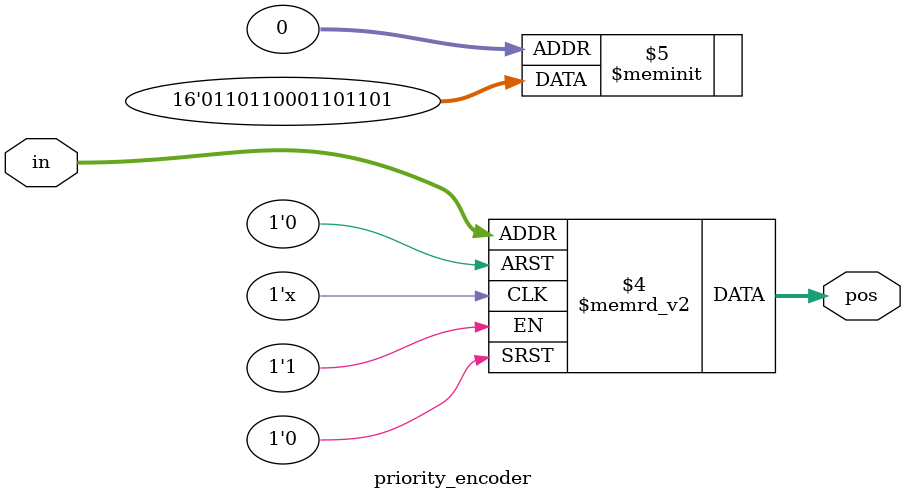
<source format=v>
module priority_encoder( 
input [2:0] in,
output reg [1:0] pos ); 
// When sel=1, assign b to out
always @(in)
	case (in)
		3'b000: 	pos = 2'b01;
		3'b001: 	pos = 2'b11;
		3'b010: 	pos = 2'b10;
		3'b011: 	pos = 2'b01;
		3'b100: 	pos = 2'b00;
		3'b101: 	pos = 2'b11;
		3'b110: 	pos = 2'b10;
		3'b111: 	pos = 2'b01;
	endcase
endmodule

</source>
